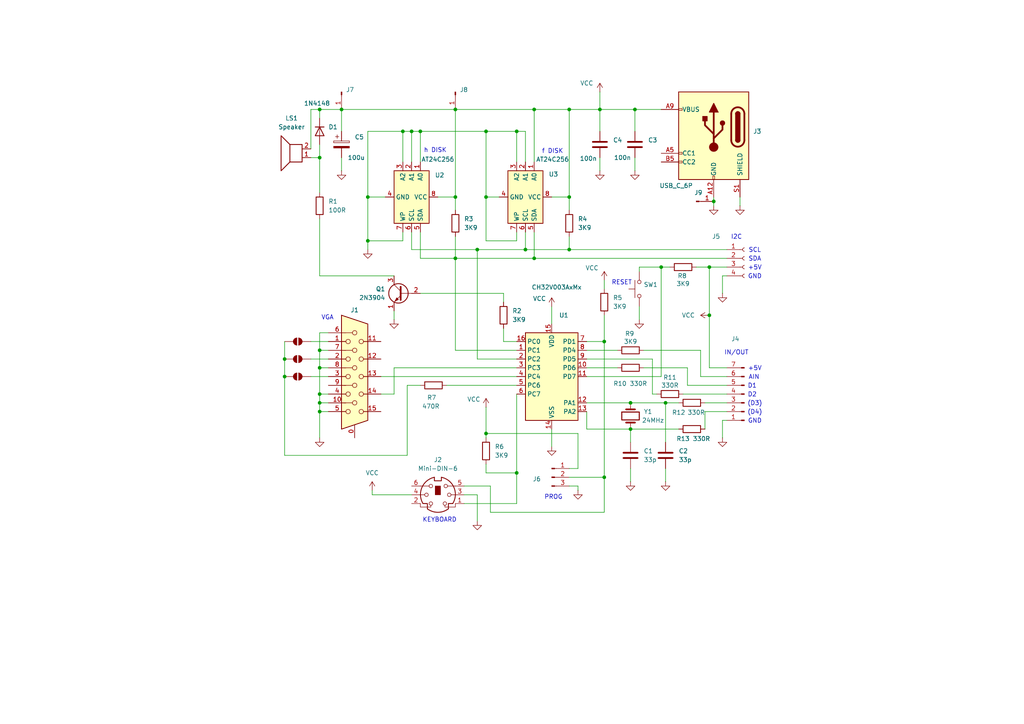
<source format=kicad_sch>
(kicad_sch (version 20250114) (generator "eeschema") (generator_version "9.0")
  (paper "A4")
  (lib_symbols
    (symbol "Connector:Conn_01x01_Pin" (pin_names (offset 1.016) (hide yes))
      (property "Reference" "J" (at 0 2.54 0))
      (property "Value" "Conn_01x01_Pin" (at 0 -2.54 0))
      (symbol "Conn_01x01_Pin_1_1"
        (rectangle (start 0.8636 0.127) (end 0 -0.127) (stroke (width 0.1524)) (fill (type outline)))
        (polyline (pts (xy 1.27 0) (xy 0.8636 0)) (stroke (width 0.1524)))
        (pin passive line (at 5.08 0 180) (length 3.81) (name "Pin_1") (number "1"))
      )
    )
    (symbol "Connector:Conn_01x03_Pin" (pin_names (offset 1.016) (hide yes))
      (property "Reference" "J" (at 0 5.08 0))
      (property "Value" "Conn_01x03_Pin" (at 0 -5.08 0))
      (symbol "Conn_01x03_Pin_1_1"
        (rectangle (start 0.8636 2.667) (end 0 2.413) (stroke (width 0.1524)) (fill (type outline)))
        (rectangle (start 0.8636 0.127) (end 0 -0.127) (stroke (width 0.1524)) (fill (type outline)))
        (rectangle (start 0.8636 -2.413) (end 0 -2.667) (stroke (width 0.1524)) (fill (type outline)))
        (polyline (pts (xy 1.27 2.54) (xy 0.8636 2.54)) (stroke (width 0.1524)))
        (polyline (pts (xy 1.27 0) (xy 0.8636 0)) (stroke (width 0.1524)))
        (polyline (pts (xy 1.27 -2.54) (xy 0.8636 -2.54)) (stroke (width 0.1524)))
        (pin passive line (at 5.08 2.54 180) (length 3.81) (name "Pin_1") (number "1"))
        (pin passive line (at 5.08 0 180) (length 3.81) (name "Pin_2") (number "2"))
        (pin passive line (at 5.08 -2.54 180) (length 3.81) (name "Pin_3") (number "3"))
      )
    )
    (symbol "Connector:Conn_01x04_Socket" (pin_names (offset 1.016) (hide yes))
      (property "Reference" "J" (at 0 5.08 0))
      (property "Value" "Conn_01x04_Socket" (at 0 -7.62 0))
      (symbol "Conn_01x04_Socket_1_1"
        (polyline (pts (xy -1.27 2.54) (xy -0.508 2.54)) (stroke (width 0.1524)))
        (polyline (pts (xy -1.27 0) (xy -0.508 0)) (stroke (width 0.1524)))
        (polyline (pts (xy -1.27 -2.54) (xy -0.508 -2.54)) (stroke (width 0.1524)))
        (polyline (pts (xy -1.27 -5.08) (xy -0.508 -5.08)) (stroke (width 0.1524)))
        (arc (start 0 2.032) (mid -0.5058 2.54) (end 0 3.048) (stroke (width 0.1524)))
        (arc (start 0 -0.508) (mid -0.5058 0) (end 0 0.508) (stroke (width 0.1524)))
        (arc (start 0 -3.048) (mid -0.5058 -2.54) (end 0 -2.032) (stroke (width 0.1524)))
        (arc (start 0 -5.588) (mid -0.5058 -5.08) (end 0 -4.572) (stroke (width 0.1524)))
        (pin passive line (at -5.08 2.54 0) (length 3.81) (name "Pin_1") (number "1"))
        (pin passive line (at -5.08 0 0) (length 3.81) (name "Pin_2") (number "2"))
        (pin passive line (at -5.08 -2.54 0) (length 3.81) (name "Pin_3") (number "3"))
        (pin passive line (at -5.08 -5.08 0) (length 3.81) (name "Pin_4") (number "4"))
      )
    )
    (symbol "Connector:Conn_01x07_Pin" (pin_names (offset 1.016) (hide yes))
      (property "Reference" "J" (at 0 10.16 0))
      (property "Value" "Conn_01x07_Pin" (at 0 -10.16 0))
      (symbol "Conn_01x07_Pin_1_1"
        (rectangle (start 0.8636 7.747) (end 0 7.493) (stroke (width 0.1524)) (fill (type outline)))
        (rectangle (start 0.8636 5.207) (end 0 4.953) (stroke (width 0.1524)) (fill (type outline)))
        (rectangle (start 0.8636 2.667) (end 0 2.413) (stroke (width 0.1524)) (fill (type outline)))
        (rectangle (start 0.8636 0.127) (end 0 -0.127) (stroke (width 0.1524)) (fill (type outline)))
        (rectangle (start 0.8636 -2.413) (end 0 -2.667) (stroke (width 0.1524)) (fill (type outline)))
        (rectangle (start 0.8636 -4.953) (end 0 -5.207) (stroke (width 0.1524)) (fill (type outline)))
        (rectangle (start 0.8636 -7.493) (end 0 -7.747) (stroke (width 0.1524)) (fill (type outline)))
        (polyline (pts (xy 1.27 7.62) (xy 0.8636 7.62)) (stroke (width 0.1524)))
        (polyline (pts (xy 1.27 5.08) (xy 0.8636 5.08)) (stroke (width 0.1524)))
        (polyline (pts (xy 1.27 2.54) (xy 0.8636 2.54)) (stroke (width 0.1524)))
        (polyline (pts (xy 1.27 0) (xy 0.8636 0)) (stroke (width 0.1524)))
        (polyline (pts (xy 1.27 -2.54) (xy 0.8636 -2.54)) (stroke (width 0.1524)))
        (polyline (pts (xy 1.27 -5.08) (xy 0.8636 -5.08)) (stroke (width 0.1524)))
        (polyline (pts (xy 1.27 -7.62) (xy 0.8636 -7.62)) (stroke (width 0.1524)))
        (pin passive line (at 5.08 7.62 180) (length 3.81) (name "Pin_1") (number "1"))
        (pin passive line (at 5.08 5.08 180) (length 3.81) (name "Pin_2") (number "2"))
        (pin passive line (at 5.08 2.54 180) (length 3.81) (name "Pin_3") (number "3"))
        (pin passive line (at 5.08 0 180) (length 3.81) (name "Pin_4") (number "4"))
        (pin passive line (at 5.08 -2.54 180) (length 3.81) (name "Pin_5") (number "5"))
        (pin passive line (at 5.08 -5.08 180) (length 3.81) (name "Pin_6") (number "6"))
        (pin passive line (at 5.08 -7.62 180) (length 3.81) (name "Pin_7") (number "7"))
      )
    )
    (symbol "Connector:DE15_Socket_HighDensity_MountingHoles" (pin_names (offset 1.016) (hide yes))
      (property "Reference" "J" (at 0 21.59 0))
      (property "Value" "DE15_Socket_HighDensity_MountingHoles" (at 0 19.05 0))
      (symbol "DE15_Socket_HighDensity_MountingHoles_0_1"
        (polyline (pts (xy -3.81 17.78) (xy -3.81 -15.24) (xy 3.81 -12.7) (xy 3.81 15.24) (xy -3.81 17.78)) (stroke (width 0.254)) (fill (type background)))
        (polyline (pts (xy -3.175 7.62) (xy -0.635 7.62)))
        (circle (center -1.905 10.16) (radius 0.635))
        (circle (center -1.905 5.08) (radius 0.635))
        (circle (center -1.905 0) (radius 0.635))
        (circle (center -1.905 -5.08) (radius 0.635))
        (circle (center -1.905 -10.16) (radius 0.635))
        (polyline (pts (xy -0.635 12.7) (xy -3.175 12.7)))
        (polyline (pts (xy -0.635 2.54) (xy -3.175 2.54)))
        (polyline (pts (xy -0.635 -2.54) (xy -3.175 -2.54)))
        (polyline (pts (xy -0.635 -7.62) (xy -3.175 -7.62)))
        (circle (center 0 12.7) (radius 0.635))
        (circle (center 0 7.62) (radius 0.635))
        (circle (center 0 2.54) (radius 0.635))
        (circle (center 0 -2.54) (radius 0.635))
        (circle (center 0 -7.62) (radius 0.635))
        (circle (center 1.905 10.16) (radius 0.635))
        (circle (center 1.905 5.08) (radius 0.635))
        (circle (center 1.905 0) (radius 0.635))
        (circle (center 1.905 -5.08) (radius 0.635))
        (circle (center 1.905 -10.16) (radius 0.635))
      )
      (symbol "DE15_Socket_HighDensity_MountingHoles_1_1"
        (pin passive line (at -7.62 12.7 0) (length 5.08) (name "~") (number "6"))
        (pin passive line (at -7.62 10.16 0) (length 5.08) (name "~") (number "1"))
        (pin passive line (at -7.62 7.62 0) (length 5.08) (name "~") (number "7"))
        (pin passive line (at -7.62 5.08 0) (length 5.08) (name "~") (number "2"))
        (pin passive line (at -7.62 2.54 0) (length 5.08) (name "~") (number "8"))
        (pin passive line (at -7.62 0 0) (length 5.08) (name "~") (number "3"))
        (pin passive line (at -7.62 -2.54 0) (length 5.08) (name "~") (number "9"))
        (pin passive line (at -7.62 -5.08 0) (length 5.08) (name "~") (number "4"))
        (pin passive line (at -7.62 -7.62 0) (length 5.08) (name "~") (number "10"))
        (pin passive line (at -7.62 -10.16 0) (length 5.08) (name "~") (number "5"))
        (pin passive line (at 0 -17.78 90) (length 3.81) (name "~") (number "0"))
        (pin passive line (at 7.62 10.16 180) (length 5.08) (name "~") (number "11"))
        (pin passive line (at 7.62 5.08 180) (length 5.08) (name "~") (number "12"))
        (pin passive line (at 7.62 0 180) (length 5.08) (name "~") (number "13"))
        (pin passive line (at 7.62 -5.08 180) (length 5.08) (name "~") (number "14"))
        (pin passive line (at 7.62 -10.16 180) (length 5.08) (name "~") (number "15"))
      )
    )
    (symbol "Connector:Mini-DIN-6" (pin_names (offset 1.016))
      (property "Reference" "J" (at 0 6.35 0))
      (property "Value" "Mini-DIN-6" (at 0 -6.35 0))
      (symbol "Mini-DIN-6_0_1"
        (polyline (pts (xy -4.318 -2.54) (xy -3.048 -2.54) (xy -3.048 -4.064)) (stroke (width 0.254)))
        (polyline (pts (xy -3.81 0) (xy -5.08 0)))
        (circle (center -3.302 0) (radius 0.508))
        (polyline (pts (xy -2.54 2.54) (xy -5.08 2.54)))
        (circle (center -2.032 2.54) (radius 0.508))
        (circle (center -2.032 -2.54) (radius 0.508))
        (polyline (pts (xy -2.032 -3.048) (xy -2.032 -3.556) (xy -5.08 -3.556) (xy -5.08 -2.54)))
        (polyline (pts (xy -1.016 5.08) (xy -1.016 4.064) (xy 1.016 4.064) (xy 1.016 5.08)) (stroke (width 0.254)))
        (rectangle (start -0.762 2.54) (end 0.762 0) (fill (type outline)))
        (arc (start 3.048 -4.064) (mid 0 -5.08) (end -3.048 -4.064) (stroke (width 0.254)))
        (arc (start 1.016 5.08) (mid 4.6646 2.1356) (end 4.318 -2.54) (stroke (width 0.254)))
        (arc (start -4.318 -2.54) (mid -4.6241 2.1181) (end -1.016 5.08) (stroke (width 0.254)))
        (circle (center 2.032 -2.54) (radius 0.508))
        (polyline (pts (xy 2.032 -3.048) (xy 2.032 -3.556) (xy 5.08 -3.556) (xy 5.08 -2.54)))
        (circle (center 2.286 2.54) (radius 0.508))
        (polyline (pts (xy 2.794 2.54) (xy 5.08 2.54)))
        (circle (center 3.302 0) (radius 0.508))
        (polyline (pts (xy 4.318 -2.54) (xy 3.048 -2.54) (xy 3.048 -4.064)) (stroke (width 0.254)))
        (polyline (pts (xy 5.08 0) (xy 3.81 0)))
      )
      (symbol "Mini-DIN-6_1_1"
        (pin passive line (at -7.62 2.54 0) (length 2.54) (name "~") (number "6"))
        (pin passive line (at -7.62 0 0) (length 2.54) (name "~") (number "4"))
        (pin passive line (at -7.62 -2.54 0) (length 2.54) (name "~") (number "2"))
        (pin passive line (at 7.62 2.54 180) (length 2.54) (name "~") (number "5"))
        (pin passive line (at 7.62 0 180) (length 2.54) (name "~") (number "3"))
        (pin passive line (at 7.62 -2.54 180) (length 2.54) (name "~") (number "1"))
      )
    )
    (symbol "Connector:USB_C_Receptacle_PowerOnly_6P" (pin_names (offset 1.016))
      (property "Reference" "J" (at 0 16.51 0))
      (property "Value" "USB_C_Receptacle_PowerOnly_6P" (at 0 13.97 0))
      (symbol "USB_C_Receptacle_PowerOnly_6P_0_0"
        (rectangle (start -0.254 -12.7) (end 0.254 -11.684))
        (rectangle (start 10.16 7.874) (end 9.144 7.366))
        (rectangle (start 10.16 -4.826) (end 9.144 -5.334))
        (rectangle (start 10.16 -7.366) (end 9.144 -7.874))
      )
      (symbol "USB_C_Receptacle_PowerOnly_6P_0_1"
        (rectangle (start -10.16 12.7) (end 10.16 -12.7) (stroke (width 0.254)) (fill (type background)))
        (polyline (pts (xy -8.89 -1.27) (xy -8.89 6.35)) (stroke (width 0.508)))
        (rectangle (start -7.62 -1.27) (end -6.35 6.35) (stroke (width 0.254)) (fill (type outline)))
        (arc (start -7.62 6.35) (mid -6.985 6.9823) (end -6.35 6.35) (stroke (width 0.254)))
        (arc (start -7.62 6.35) (mid -6.985 6.9823) (end -6.35 6.35) (stroke (width 0.254)) (fill (type outline)))
        (arc (start -8.89 6.35) (mid -6.985 8.2467) (end -5.08 6.35) (stroke (width 0.508)))
        (arc (start -5.08 -1.27) (mid -6.985 -3.1667) (end -8.89 -1.27) (stroke (width 0.508)))
        (arc (start -6.35 -1.27) (mid -6.985 -1.9023) (end -7.62 -1.27) (stroke (width 0.254)))
        (arc (start -6.35 -1.27) (mid -6.985 -1.9023) (end -7.62 -1.27) (stroke (width 0.254)) (fill (type outline)))
        (polyline (pts (xy -5.08 6.35) (xy -5.08 -1.27)) (stroke (width 0.508)))
        (circle (center -2.54 3.683) (radius 0.635) (stroke (width 0.254)) (fill (type outline)))
        (polyline (pts (xy -1.27 6.858) (xy 0 9.398) (xy 1.27 6.858) (xy -1.27 6.858)) (stroke (width 0.254)) (fill (type outline)))
        (polyline (pts (xy 0 0.508) (xy 2.54 3.048) (xy 2.54 4.318)) (stroke (width 0.508)))
        (polyline (pts (xy 0 -0.762) (xy -2.54 1.778) (xy -2.54 3.048)) (stroke (width 0.508)))
        (polyline (pts (xy 0 -3.302) (xy 0 6.858)) (stroke (width 0.508)))
        (circle (center 0 -3.302) (radius 1.27) (fill (type outline)))
        (rectangle (start 1.905 4.318) (end 3.175 5.588) (stroke (width 0.254)) (fill (type outline)))
      )
      (symbol "USB_C_Receptacle_PowerOnly_6P_1_1"
        (pin passive line (at -7.62 -17.78 90) (length 5.08) (name "SHIELD") (number "S1"))
        (pin passive line (at 0 -17.78 90) (length 5.08) (name "GND") (number "A12"))
        (pin passive line (at 0 -17.78 90) (length 5.08) (hide yes) (name "GND") (number "B12"))
        (pin passive line (at 15.24 7.62 180) (length 5.08) (name "VBUS") (number "A9"))
        (pin passive line (at 15.24 7.62 180) (length 5.08) (hide yes) (name "VBUS") (number "B9"))
        (pin bidirectional line (at 15.24 -5.08 180) (length 5.08) (name "CC1") (number "A5"))
        (pin bidirectional line (at 15.24 -7.62 180) (length 5.08) (name "CC2") (number "B5"))
      )
    )
    (symbol "Device:C" (pin_numbers (hide yes)) (pin_names (offset 0.254))
      (property "Reference" "C" (at 0.635 2.54 0))
      (property "Value" "C" (at 0.635 -2.54 0))
      (symbol "C_0_1"
        (polyline (pts (xy -2.032 0.762) (xy 2.032 0.762)) (stroke (width 0.508)))
        (polyline (pts (xy -2.032 -0.762) (xy 2.032 -0.762)) (stroke (width 0.508)))
      )
      (symbol "C_1_1"
        (pin passive line (at 0 3.81 270) (length 2.794) (name "~") (number "1"))
        (pin passive line (at 0 -3.81 90) (length 2.794) (name "~") (number "2"))
      )
    )
    (symbol "Device:C_Polarized" (pin_numbers (hide yes)) (pin_names (offset 0.254))
      (property "Reference" "C" (at 0.635 2.54 0))
      (property "Value" "C_Polarized" (at 0.635 -2.54 0))
      (symbol "C_Polarized_0_1"
        (rectangle (start -2.286 0.508) (end 2.286 1.016))
        (polyline (pts (xy -1.778 2.286) (xy -0.762 2.286)))
        (polyline (pts (xy -1.27 2.794) (xy -1.27 1.778)))
        (rectangle (start 2.286 -0.508) (end -2.286 -1.016) (fill (type outline)))
      )
      (symbol "C_Polarized_1_1"
        (pin passive line (at 0 3.81 270) (length 2.794) (name "~") (number "1"))
        (pin passive line (at 0 -3.81 90) (length 2.794) (name "~") (number "2"))
      )
    )
    (symbol "Device:Crystal" (pin_numbers (hide yes)) (pin_names (offset 1.016) (hide yes))
      (property "Reference" "Y" (at 0 3.81 0))
      (property "Value" "Crystal" (at 0 -3.81 0))
      (symbol "Crystal_0_1"
        (polyline (pts (xy -2.54 0) (xy -1.905 0)))
        (polyline (pts (xy -1.905 -1.27) (xy -1.905 1.27)) (stroke (width 0.508)))
        (rectangle (start -1.143 2.54) (end 1.143 -2.54) (stroke (width 0.3048)))
        (polyline (pts (xy 1.905 -1.27) (xy 1.905 1.27)) (stroke (width 0.508)))
        (polyline (pts (xy 2.54 0) (xy 1.905 0)))
      )
      (symbol "Crystal_1_1"
        (pin passive line (at -3.81 0 0) (length 1.27) (name "1") (number "1"))
        (pin passive line (at 3.81 0 180) (length 1.27) (name "2") (number "2"))
      )
    )
    (symbol "Device:R" (pin_numbers (hide yes)) (pin_names (offset 0))
      (property "Reference" "R" (at 2.032 0 90))
      (property "Value" "R" (at 0 0 90))
      (symbol "R_0_1"
        (rectangle (start -1.016 -2.54) (end 1.016 2.54) (stroke (width 0.254)))
      )
      (symbol "R_1_1"
        (pin passive line (at 0 3.81 270) (length 1.27) (name "~") (number "1"))
        (pin passive line (at 0 -3.81 90) (length 1.27) (name "~") (number "2"))
      )
    )
    (symbol "Device:Speaker" (pin_names (offset 0) (hide yes))
      (property "Reference" "LS" (at 1.27 5.715 0))
      (property "Value" "Speaker" (at 1.27 3.81 0))
      (symbol "Speaker_0_0"
        (rectangle (start -2.54 1.27) (end 1.016 -3.81) (stroke (width 0.254)))
        (polyline (pts (xy 1.016 1.27) (xy 3.556 3.81) (xy 3.556 -6.35) (xy 1.016 -3.81)) (stroke (width 0.254)))
      )
      (symbol "Speaker_1_1"
        (pin input line (at -5.08 0 0) (length 2.54) (name "1") (number "1"))
        (pin input line (at -5.08 -2.54 0) (length 2.54) (name "2") (number "2"))
      )
    )
    (symbol "Diode:1N4148" (pin_numbers (hide yes)) (pin_names (hide yes))
      (property "Reference" "D" (at 0 2.54 0))
      (property "Value" "1N4148" (at 0 -2.54 0))
      (symbol "1N4148_0_1"
        (polyline (pts (xy -1.27 1.27) (xy -1.27 -1.27)) (stroke (width 0.254)))
        (polyline (pts (xy 1.27 1.27) (xy 1.27 -1.27) (xy -1.27 0) (xy 1.27 1.27)) (stroke (width 0.254)))
        (polyline (pts (xy 1.27 0) (xy -1.27 0)))
      )
      (symbol "1N4148_1_1"
        (pin passive line (at -3.81 0 0) (length 2.54) (name "K") (number "1"))
        (pin passive line (at 3.81 0 180) (length 2.54) (name "A") (number "2"))
      )
    )
    (symbol "Jumper:SolderJumper_2_Open" (pin_numbers (hide yes)) (pin_names (offset 0) (hide yes)) (exclude_from_sim yes) (in_bom no)
      (property "Reference" "JP" (at 0 2.032 0))
      (property "Value" "SolderJumper_2_Open" (at 0 -2.54 0))
      (symbol "SolderJumper_2_Open_0_1"
        (polyline (pts (xy -0.254 1.016) (xy -0.254 -1.016)))
        (arc (start -0.254 -1.016) (mid -1.2656 0) (end -0.254 1.016))
        (arc (start -0.254 -1.016) (mid -1.2656 0) (end -0.254 1.016) (fill (type outline)))
        (arc (start 0.254 1.016) (mid 1.2656 0) (end 0.254 -1.016))
        (arc (start 0.254 1.016) (mid 1.2656 0) (end 0.254 -1.016) (fill (type outline)))
        (polyline (pts (xy 0.254 1.016) (xy 0.254 -1.016)))
      )
      (symbol "SolderJumper_2_Open_1_1"
        (pin passive line (at -3.81 0 0) (length 2.54) (name "A") (number "1"))
        (pin passive line (at 3.81 0 180) (length 2.54) (name "B") (number "2"))
      )
    )
    (symbol "MCU_WCH_CH32V0:CH32V003AxMx"
      (property "Reference" "U" (at -7.62 15.24 0))
      (property "Value" "CH32V003AxMx" (at 7.62 15.24 0))
      (symbol "CH32V003AxMx_1_1"
        (rectangle (start -7.62 12.7) (end 7.62 -12.7) (stroke (width 0.254)) (fill (type background)))
        (pin bidirectional line (at -10.16 10.16 0) (length 2.54) (name "PC0") (number "16"))
        (pin bidirectional line (at -10.16 7.62 0) (length 2.54) (name "PC1") (number "1"))
        (pin bidirectional line (at -10.16 5.08 0) (length 2.54) (name "PC2") (number "2"))
        (pin bidirectional line (at -10.16 2.54 0) (length 2.54) (name "PC3") (number "3"))
        (pin bidirectional line (at -10.16 0 0) (length 2.54) (name "PC4") (number "4"))
        (pin bidirectional line (at -10.16 -2.54 0) (length 2.54) (name "PC6") (number "5"))
        (pin bidirectional line (at -10.16 -5.08 0) (length 2.54) (name "PC7") (number "6"))
        (pin power_in line (at 0 15.24 270) (length 2.54) (name "VDD") (number "15"))
        (pin power_in line (at 0 -15.24 90) (length 2.54) (name "VSS") (number "14"))
        (pin bidirectional line (at 10.16 10.16 180) (length 2.54) (name "PD1") (number "7"))
        (pin bidirectional line (at 10.16 7.62 180) (length 2.54) (name "PD4") (number "8"))
        (pin bidirectional line (at 10.16 5.08 180) (length 2.54) (name "PD5") (number "9"))
        (pin bidirectional line (at 10.16 2.54 180) (length 2.54) (name "PD6") (number "10"))
        (pin bidirectional line (at 10.16 0 180) (length 2.54) (name "PD7") (number "11"))
        (pin bidirectional line (at 10.16 -7.62 180) (length 2.54) (name "PA1") (number "12"))
        (pin bidirectional line (at 10.16 -10.16 180) (length 2.54) (name "PA2") (number "13"))
      )
    )
    (symbol "Memory_EEPROM:CAT24C256"
      (property "Reference" "U" (at -6.35 6.35 0))
      (property "Value" "CAT24C256" (at 1.27 6.35 0))
      (symbol "CAT24C256_1_1"
        (rectangle (start -7.62 5.08) (end 7.62 -5.08) (stroke (width 0.254)) (fill (type background)))
        (pin input line (at -10.16 2.54 0) (length 2.54) (name "A0") (number "1"))
        (pin input line (at -10.16 0 0) (length 2.54) (name "A1") (number "2"))
        (pin input line (at -10.16 -2.54 0) (length 2.54) (name "A2") (number "3"))
        (pin power_in line (at 0 7.62 270) (length 2.54) (name "VCC") (number "8"))
        (pin power_in line (at 0 -7.62 90) (length 2.54) (name "GND") (number "4"))
        (pin bidirectional line (at 10.16 2.54 180) (length 2.54) (name "SDA") (number "5"))
        (pin input line (at 10.16 0 180) (length 2.54) (name "SCL") (number "6"))
        (pin input line (at 10.16 -2.54 180) (length 2.54) (name "WP") (number "7"))
      )
    )
    (symbol "Switch:SW_Push" (pin_numbers (hide yes)) (pin_names (offset 1.016) (hide yes))
      (property "Reference" "SW" (at 1.27 2.54 0))
      (property "Value" "SW_Push" (at 0 -1.524 0))
      (symbol "SW_Push_0_1"
        (circle (center -2.032 0) (radius 0.508))
        (polyline (pts (xy 0 1.27) (xy 0 3.048)))
        (circle (center 2.032 0) (radius 0.508))
        (polyline (pts (xy 2.54 1.27) (xy -2.54 1.27)))
        (pin passive line (at -5.08 0 0) (length 2.54) (name "1") (number "1"))
        (pin passive line (at 5.08 0 180) (length 2.54) (name "2") (number "2"))
      )
    )
    (symbol "Transistor_BJT:2N3904" (pin_names (offset 0) (hide yes))
      (property "Reference" "Q" (at 5.08 1.905 0))
      (property "Value" "2N3904" (at 5.08 0 0))
      (symbol "2N3904_0_1"
        (polyline (pts (xy -2.54 0) (xy 0.635 0)))
        (polyline (pts (xy 0.635 1.905) (xy 0.635 -1.905)) (stroke (width 0.508)))
        (circle (center 1.27 0) (radius 2.8194) (stroke (width 0.254)))
      )
      (symbol "2N3904_1_1"
        (polyline (pts (xy 0.635 0.635) (xy 2.54 2.54)))
        (polyline (pts (xy 0.635 -0.635) (xy 2.54 -2.54)))
        (polyline (pts (xy 1.27 -1.778) (xy 1.778 -1.27) (xy 2.286 -2.286) (xy 1.27 -1.778)) (fill (type outline)))
        (pin input line (at -5.08 0 0) (length 2.54) (name "B") (number "2"))
        (pin passive line (at 2.54 5.08 270) (length 2.54) (name "C") (number "3"))
        (pin passive line (at 2.54 -5.08 90) (length 2.54) (name "E") (number "1"))
      )
    )
    (symbol "power:GND" (power) (pin_numbers (hide yes)) (pin_names (offset 0) (hide yes))
      (property "Value" "GND" (at 0 -3.81 0))
      (symbol "GND_0_1"
        (polyline (pts (xy 0 0) (xy 0 -1.27) (xy 1.27 -1.27) (xy 0 -2.54) (xy -1.27 -1.27) (xy 0 -1.27)))
      )
      (symbol "GND_1_1"
        (pin power_in line (at 0 0 270) (length 0) (name "~") (number "1"))
      )
    )
    (symbol "power:VCC" (power) (pin_numbers (hide yes)) (pin_names (offset 0) (hide yes))
      (property "Value" "VCC" (at 0 3.556 0))
      (symbol "VCC_0_1"
        (polyline (pts (xy -0.762 1.27) (xy 0 2.54)))
        (polyline (pts (xy 0 2.54) (xy 0.762 1.27)))
        (polyline (pts (xy 0 0) (xy 0 2.54)))
      )
      (symbol "VCC_1_1"
        (pin power_in line (at 0 0 90) (length 0) (name "~") (number "1"))
      )
    )
  )
  (text "f DISK" (at 160.274 43.942 0) (effects (font (size 1.27 1.27))))
  (text "KEYBOARD" (at 127.508 150.876 0) (effects (font (size 1.27 1.27))))
  (text "h DISK" (at 126.238 43.688 0) (effects (font (size 1.27 1.27))))
  (text "PROG" (at 160.528 144.272 0) (effects (font (size 1.27 1.27))))
  (text "RESET" (at 180.34 82.042 0) (effects (font (size 1.27 1.27))))
  (text "SCL" (at 218.948 72.644 0) (effects (font (size 1.27 1.27))))
  (text "+5V" (at 218.948 106.934 0) (effects (font (size 1.27 1.27))))
  (text "(D4)" (at 218.948 119.634 0) (effects (font (size 1.27 1.27))))
  (text "GND" (at 218.948 122.174 0) (effects (font (size 1.27 1.27))))
  (text "GND" (at 218.948 80.264 0) (effects (font (size 1.27 1.27))))
  (text "(D3)" (at 218.948 117.094 0) (effects (font (size 1.27 1.27))))
  (text "D1" (at 218.186 112.014 0) (effects (font (size 1.27 1.27))))
  (text "AIN" (at 218.694 109.474 0) (effects (font (size 1.27 1.27))))
  (text "VGA" (at 94.996 92.202 0) (effects (font (size 1.27 1.27))))
  (text "IN/OUT" (at 213.614 102.362 0) (effects (font (size 1.27 1.27))))
  (text "SDA" (at 218.948 75.184 0) (effects (font (size 1.27 1.27))))
  (text "D2" (at 218.186 114.554 0) (effects (font (size 1.27 1.27))))
  (text "+5V" (at 218.948 77.724 0) (effects (font (size 1.27 1.27))))
  (text "I2C" (at 213.614 68.834 0) (effects (font (size 1.27 1.27))))
  (junction (at 106.68 57.15))
  (junction (at 175.26 99.06))
  (junction (at 173.99 31.75))
  (junction (at 132.08 31.75))
  (junction (at 106.68 69.85))
  (junction (at 152.4 72.39))
  (junction (at 92.71 116.84))
  (junction (at 92.71 45.72))
  (junction (at 154.94 74.93))
  (junction (at 191.77 77.47))
  (junction (at 92.71 114.3))
  (junction (at 140.97 38.1))
  (junction (at 149.86 38.1))
  (junction (at 165.1 31.75))
  (junction (at 140.97 57.15))
  (junction (at 205.74 91.44))
  (junction (at 92.71 106.68))
  (junction (at 121.92 38.1))
  (junction (at 165.1 72.39))
  (junction (at 182.88 116.84))
  (junction (at 140.97 125.73))
  (junction (at 182.88 124.46))
  (junction (at 149.86 137.16))
  (junction (at 92.71 101.6))
  (junction (at 193.04 116.84))
  (junction (at 184.15 31.75))
  (junction (at 207.01 58.42))
  (junction (at 138.43 72.39))
  (junction (at 132.08 57.15))
  (junction (at 205.74 77.47))
  (junction (at 92.71 119.38))
  (junction (at 165.1 57.15))
  (junction (at 99.06 31.75))
  (junction (at 92.71 31.75))
  (junction (at 82.55 104.14))
  (junction (at 132.08 74.93))
  (junction (at 82.55 109.22))
  (junction (at 116.84 38.1))
  (junction (at 175.26 138.43))
  (junction (at 119.38 38.1))
  (junction (at 154.94 31.75))
  (wire (pts (xy 207.01 58.42) (xy 207.01 59.69)))
  (wire (pts (xy 92.71 106.68) (xy 95.25 106.68)))
  (wire (pts (xy 140.97 134.62) (xy 140.97 137.16)))
  (wire (pts (xy 170.18 109.22) (xy 191.77 109.22)))
  (wire (pts (xy 140.97 137.16) (xy 149.86 137.16)))
  (wire (pts (xy 184.15 31.75) (xy 191.77 31.75)))
  (wire (pts (xy 90.17 104.14) (xy 95.25 104.14)))
  (wire (pts (xy 160.02 88.9) (xy 160.02 93.98)))
  (wire (pts (xy 121.92 38.1) (xy 119.38 38.1)))
  (wire (pts (xy 209.55 80.01) (xy 209.55 85.09)))
  (wire (pts (xy 110.49 114.3) (xy 114.3 114.3)))
  (wire (pts (xy 152.4 46.99) (xy 152.4 38.1)))
  (wire (pts (xy 214.63 57.15) (xy 214.63 59.69)))
  (wire (pts (xy 198.12 114.3) (xy 210.82 114.3)))
  (wire (pts (xy 142.24 140.97) (xy 142.24 148.59)))
  (wire (pts (xy 160.02 124.46) (xy 160.02 129.54)))
  (wire (pts (xy 92.71 119.38) (xy 95.25 119.38)))
  (wire (pts (xy 167.64 140.97) (xy 167.64 142.24)))
  (wire (pts (xy 92.71 101.6) (xy 95.25 101.6)))
  (wire (pts (xy 204.47 124.46) (xy 204.47 119.38)))
  (wire (pts (xy 170.18 99.06) (xy 175.26 99.06)))
  (wire (pts (xy 140.97 38.1) (xy 121.92 38.1)))
  (wire (pts (xy 132.08 31.75) (xy 154.94 31.75)))
  (wire (pts (xy 146.05 85.09) (xy 146.05 87.63)))
  (wire (pts (xy 154.94 74.93) (xy 210.82 74.93)))
  (wire (pts (xy 205.74 77.47) (xy 210.82 77.47)))
  (wire (pts (xy 106.68 69.85) (xy 106.68 72.39)))
  (wire (pts (xy 149.86 114.3) (xy 149.86 137.16)))
  (wire (pts (xy 92.71 31.75) (xy 92.71 34.29)))
  (wire (pts (xy 140.97 57.15) (xy 140.97 69.85)))
  (wire (pts (xy 121.92 38.1) (xy 121.92 46.99)))
  (wire (pts (xy 92.71 45.72) (xy 92.71 55.88)))
  (wire (pts (xy 114.3 106.68) (xy 149.86 106.68)))
  (wire (pts (xy 209.55 121.92) (xy 210.82 121.92)))
  (wire (pts (xy 193.04 116.84) (xy 196.85 116.84)))
  (wire (pts (xy 185.42 77.47) (xy 191.77 77.47)))
  (wire (pts (xy 138.43 72.39) (xy 152.4 72.39)))
  (wire (pts (xy 106.68 38.1) (xy 106.68 57.15)))
  (wire (pts (xy 199.39 106.68) (xy 199.39 111.76)))
  (wire (pts (xy 203.2 109.22) (xy 210.82 109.22)))
  (wire (pts (xy 175.26 138.43) (xy 175.26 99.06)))
  (wire (pts (xy 138.43 143.51) (xy 138.43 151.13)))
  (wire (pts (xy 134.62 140.97) (xy 142.24 140.97)))
  (wire (pts (xy 154.94 31.75) (xy 154.94 46.99)))
  (wire (pts (xy 138.43 104.14) (xy 138.43 72.39)))
  (wire (pts (xy 182.88 116.84) (xy 193.04 116.84)))
  (wire (pts (xy 165.1 57.15) (xy 165.1 31.75)))
  (wire (pts (xy 90.17 99.06) (xy 95.25 99.06)))
  (wire (pts (xy 165.1 135.89) (xy 167.64 135.89)))
  (wire (pts (xy 92.71 96.52) (xy 92.71 101.6)))
  (wire (pts (xy 154.94 31.75) (xy 165.1 31.75)))
  (wire (pts (xy 209.55 127) (xy 209.55 121.92)))
  (wire (pts (xy 110.49 109.22) (xy 149.86 109.22)))
  (wire (pts (xy 140.97 57.15) (xy 140.97 38.1)))
  (wire (pts (xy 149.86 38.1) (xy 140.97 38.1)))
  (wire (pts (xy 121.92 67.31) (xy 121.92 74.93)))
  (wire (pts (xy 170.18 119.38) (xy 170.18 124.46)))
  (wire (pts (xy 119.38 38.1) (xy 119.38 46.99)))
  (wire (pts (xy 182.88 124.46) (xy 196.85 124.46)))
  (wire (pts (xy 82.55 104.14) (xy 82.55 109.22)))
  (wire (pts (xy 92.71 116.84) (xy 92.71 119.38)))
  (wire (pts (xy 118.11 132.08) (xy 118.11 111.76)))
  (wire (pts (xy 92.71 31.75) (xy 99.06 31.75)))
  (wire (pts (xy 92.71 114.3) (xy 95.25 114.3)))
  (wire (pts (xy 185.42 88.9) (xy 185.42 92.71)))
  (wire (pts (xy 134.62 146.05) (xy 149.86 146.05)))
  (wire (pts (xy 167.64 125.73) (xy 140.97 125.73)))
  (wire (pts (xy 165.1 138.43) (xy 175.26 138.43)))
  (wire (pts (xy 144.78 57.15) (xy 140.97 57.15)))
  (wire (pts (xy 116.84 69.85) (xy 106.68 69.85)))
  (wire (pts (xy 170.18 104.14) (xy 189.23 104.14)))
  (wire (pts (xy 207.01 57.15) (xy 207.01 58.42)))
  (wire (pts (xy 191.77 77.47) (xy 191.77 109.22)))
  (wire (pts (xy 191.77 77.47) (xy 194.31 77.47)))
  (wire (pts (xy 186.69 101.6) (xy 203.2 101.6)))
  (wire (pts (xy 142.24 148.59) (xy 175.26 148.59)))
  (wire (pts (xy 210.82 106.68) (xy 205.74 106.68)))
  (wire (pts (xy 173.99 31.75) (xy 173.99 38.1)))
  (wire (pts (xy 99.06 31.75) (xy 132.08 31.75)))
  (wire (pts (xy 170.18 116.84) (xy 182.88 116.84)))
  (wire (pts (xy 210.82 80.01) (xy 209.55 80.01)))
  (wire (pts (xy 167.64 135.89) (xy 167.64 125.73)))
  (wire (pts (xy 95.25 96.52) (xy 92.71 96.52)))
  (wire (pts (xy 149.86 101.6) (xy 132.08 101.6)))
  (wire (pts (xy 107.95 143.51) (xy 119.38 143.51)))
  (wire (pts (xy 92.71 106.68) (xy 92.71 114.3)))
  (wire (pts (xy 184.15 45.72) (xy 184.15 49.53)))
  (wire (pts (xy 99.06 45.72) (xy 99.06 49.53)))
  (wire (pts (xy 146.05 99.06) (xy 149.86 99.06)))
  (wire (pts (xy 201.93 77.47) (xy 205.74 77.47)))
  (wire (pts (xy 132.08 57.15) (xy 132.08 31.75)))
  (wire (pts (xy 152.4 38.1) (xy 149.86 38.1)))
  (wire (pts (xy 127 57.15) (xy 132.08 57.15)))
  (wire (pts (xy 165.1 140.97) (xy 167.64 140.97)))
  (wire (pts (xy 204.47 119.38) (xy 210.82 119.38)))
  (wire (pts (xy 82.55 109.22) (xy 82.55 132.08)))
  (wire (pts (xy 119.38 72.39) (xy 138.43 72.39)))
  (wire (pts (xy 199.39 111.76) (xy 210.82 111.76)))
  (wire (pts (xy 132.08 57.15) (xy 132.08 60.96)))
  (wire (pts (xy 132.08 68.58) (xy 132.08 74.93)))
  (wire (pts (xy 160.02 57.15) (xy 165.1 57.15)))
  (wire (pts (xy 118.11 111.76) (xy 121.92 111.76)))
  (wire (pts (xy 92.71 116.84) (xy 95.25 116.84)))
  (wire (pts (xy 132.08 74.93) (xy 154.94 74.93)))
  (wire (pts (xy 154.94 67.31) (xy 154.94 74.93)))
  (wire (pts (xy 184.15 31.75) (xy 184.15 38.1)))
  (wire (pts (xy 165.1 31.75) (xy 173.99 31.75)))
  (wire (pts (xy 114.3 90.17) (xy 114.3 92.71)))
  (wire (pts (xy 193.04 135.89) (xy 193.04 139.7)))
  (wire (pts (xy 92.71 63.5) (xy 92.71 80.01)))
  (wire (pts (xy 121.92 74.93) (xy 132.08 74.93)))
  (wire (pts (xy 170.18 101.6) (xy 179.07 101.6)))
  (wire (pts (xy 205.74 77.47) (xy 205.74 91.44)))
  (wire (pts (xy 140.97 118.11) (xy 140.97 125.73)))
  (wire (pts (xy 165.1 72.39) (xy 165.1 68.58)))
  (wire (pts (xy 186.69 106.68) (xy 199.39 106.68)))
  (wire (pts (xy 146.05 95.25) (xy 146.05 99.06)))
  (wire (pts (xy 90.17 109.22) (xy 95.25 109.22)))
  (wire (pts (xy 149.86 69.85) (xy 140.97 69.85)))
  (wire (pts (xy 149.86 38.1) (xy 149.86 46.99)))
  (wire (pts (xy 173.99 45.72) (xy 173.99 49.53)))
  (wire (pts (xy 204.47 116.84) (xy 210.82 116.84)))
  (wire (pts (xy 170.18 106.68) (xy 179.07 106.68)))
  (wire (pts (xy 175.26 99.06) (xy 175.26 91.44)))
  (wire (pts (xy 165.1 72.39) (xy 210.82 72.39)))
  (wire (pts (xy 92.71 114.3) (xy 92.71 116.84)))
  (wire (pts (xy 114.3 114.3) (xy 114.3 106.68)))
  (wire (pts (xy 92.71 41.91) (xy 92.71 45.72)))
  (wire (pts (xy 149.86 137.16) (xy 149.86 146.05)))
  (wire (pts (xy 173.99 26.67) (xy 173.99 31.75)))
  (wire (pts (xy 90.17 45.72) (xy 92.71 45.72)))
  (wire (pts (xy 82.55 132.08) (xy 118.11 132.08)))
  (wire (pts (xy 92.71 119.38) (xy 92.71 127)))
  (wire (pts (xy 90.17 43.18) (xy 90.17 31.75)))
  (wire (pts (xy 173.99 31.75) (xy 184.15 31.75)))
  (wire (pts (xy 175.26 81.28) (xy 175.26 83.82)))
  (wire (pts (xy 203.2 101.6) (xy 203.2 109.22)))
  (wire (pts (xy 149.86 67.31) (xy 149.86 69.85)))
  (wire (pts (xy 106.68 57.15) (xy 111.76 57.15)))
  (wire (pts (xy 189.23 114.3) (xy 190.5 114.3)))
  (wire (pts (xy 107.95 142.24) (xy 107.95 143.51)))
  (wire (pts (xy 134.62 143.51) (xy 138.43 143.51)))
  (wire (pts (xy 116.84 38.1) (xy 106.68 38.1)))
  (wire (pts (xy 116.84 67.31) (xy 116.84 69.85)))
  (wire (pts (xy 92.71 80.01) (xy 114.3 80.01)))
  (wire (pts (xy 99.06 31.75) (xy 99.06 38.1)))
  (wire (pts (xy 182.88 124.46) (xy 182.88 128.27)))
  (wire (pts (xy 175.26 138.43) (xy 175.26 148.59)))
  (wire (pts (xy 170.18 124.46) (xy 182.88 124.46)))
  (wire (pts (xy 193.04 116.84) (xy 193.04 128.27)))
  (wire (pts (xy 106.68 69.85) (xy 106.68 57.15)))
  (wire (pts (xy 129.54 111.76) (xy 149.86 111.76)))
  (wire (pts (xy 152.4 67.31) (xy 152.4 72.39)))
  (wire (pts (xy 116.84 38.1) (xy 116.84 46.99)))
  (wire (pts (xy 119.38 38.1) (xy 116.84 38.1)))
  (wire (pts (xy 149.86 104.14) (xy 138.43 104.14)))
  (wire (pts (xy 140.97 125.73) (xy 140.97 127)))
  (wire (pts (xy 182.88 135.89) (xy 182.88 139.7)))
  (wire (pts (xy 152.4 72.39) (xy 165.1 72.39)))
  (wire (pts (xy 90.17 31.75) (xy 92.71 31.75)))
  (wire (pts (xy 189.23 104.14) (xy 189.23 114.3)))
  (wire (pts (xy 165.1 57.15) (xy 165.1 60.96)))
  (wire (pts (xy 121.92 85.09) (xy 146.05 85.09)))
  (wire (pts (xy 92.71 101.6) (xy 92.71 106.68)))
  (wire (pts (xy 132.08 101.6) (xy 132.08 74.93)))
  (wire (pts (xy 185.42 78.74) (xy 185.42 77.47)))
  (wire (pts (xy 119.38 67.31) (xy 119.38 72.39)))
  (wire (pts (xy 205.74 91.44) (xy 205.74 106.68)))
  (wire (pts (xy 82.55 99.06) (xy 82.55 104.14)))
  (symbol (lib_id "Device:Crystal") (at 182.88 120.65 90) (unit 1)
    (property "Reference" "Y1" (at 186.69 119.3799 90) (effects (justify right)))
    (property "Value" "24MHz" (at 186.182 121.92 90) (effects (justify right)))
    (property "Footprint" "Crystal:Crystal_HC49-U_Vertical" (effects (hide yes)))
    (property "Description" "Two pin crystal" (effects (hide yes)))
  )
  (symbol (lib_id "power:GND") (at 167.64 142.24 0) (unit 1)
    (property "Reference" "#PWR022" (effects (hide yes)))
    (property "Value" "GND" (effects (hide yes)))
    (property "Description" "Power symbol creates a global label with name \"GND\" , ground" (effects (hide yes)))
  )
  (symbol (lib_id "Device:R") (at 175.26 87.63 180) (unit 1)
    (property "Reference" "R5" (at 177.8 86.3599 0) (effects (justify right)))
    (property "Value" "3K9" (at 177.8 88.8999 0) (effects (justify right)))
    (property "Footprint" "Resistor_THT:R_Axial_DIN0207_L6.3mm_D2.5mm_P7.62mm_Horizontal" (effects (hide yes)))
    (property "Description" "Resistor" (effects (hide yes)))
  )
  (symbol (lib_id "Device:R") (at 182.88 106.68 90) (unit 1)
    (property "Reference" "R10" (at 179.832 111.252 90))
    (property "Value" "330R" (at 185.166 111.252 90))
    (property "Footprint" "Resistor_THT:R_Axial_DIN0207_L6.3mm_D2.5mm_P7.62mm_Horizontal" (effects (hide yes)))
    (property "Description" "Resistor" (effects (hide yes)))
  )
  (symbol (lib_id "power:VCC") (at 140.97 118.11 0) (unit 1)
    (property "Reference" "#PWR012" (effects (hide yes)))
    (property "Value" "VCC" (at 137.414 115.824 0))
    (property "Description" "Power symbol creates a global label with name \"VCC\"" (effects (hide yes)))
  )
  (symbol (lib_id "power:GND") (at 207.01 59.69 0) (unit 1)
    (property "Reference" "#PWR04" (effects (hide yes)))
    (property "Value" "GND" (effects (hide yes)))
    (property "Description" "Power symbol creates a global label with name \"GND\" , ground" (effects (hide yes)))
  )
  (symbol (lib_id "Device:C") (at 184.15 41.91 0) (unit 1)
    (property "Reference" "C3" (at 187.96 40.6399 0) (effects (justify left)))
    (property "Value" "100n" (at 178.054 45.72 0) (effects (justify left)))
    (property "Footprint" "Capacitor_THT:C_Disc_D6.0mm_W2.5mm_P5.00mm" (effects (hide yes)))
    (property "Description" "Unpolarized capacitor" (effects (hide yes)))
  )
  (symbol (lib_id "power:GND") (at 173.99 49.53 0) (unit 1)
    (property "Reference" "#PWR018" (effects (hide yes)))
    (property "Value" "GND" (effects (hide yes)))
    (property "Description" "Power symbol creates a global label with name \"GND\" , ground" (effects (hide yes)))
  )
  (symbol (lib_id "power:GND") (at 185.42 92.71 0) (unit 1)
    (property "Reference" "#PWR023" (effects (hide yes)))
    (property "Value" "GND" (effects (hide yes)))
    (property "Description" "Power symbol creates a global label with name \"GND\" , ground" (effects (hide yes)))
  )
  (symbol (lib_id "Device:C") (at 173.99 41.91 0) (unit 1)
    (property "Reference" "C4" (at 177.8 40.6399 0) (effects (justify left)))
    (property "Value" "100n" (at 168.148 45.974 0) (effects (justify left)))
    (property "Footprint" "Capacitor_THT:C_Disc_D6.0mm_W2.5mm_P5.00mm" (effects (hide yes)))
    (property "Description" "Unpolarized capacitor" (effects (hide yes)))
  )
  (symbol (lib_id "Jumper:SolderJumper_2_Open") (at 86.36 99.06 0) (unit 1) (exclude_from_sim yes) (in_bom no)
    (property "Reference" "JP7" (effects (hide yes)))
    (property "Value" "SolderJumper_2_Open" (effects (hide yes)))
    (property "Footprint" "Resistor_SMD:R_0805_2012Metric_Pad1.20x1.40mm_HandSolder" (effects (hide yes)))
    (property "Description" "Solder Jumper, 2-pole, open" (effects (hide yes)))
  )
  (symbol (lib_id "Device:C_Polarized") (at 99.06 41.91 0) (unit 1)
    (property "Reference" "C5" (at 102.87 39.7509 0) (effects (justify left)))
    (property "Value" "100u" (at 100.838 45.72 0) (effects (justify left)))
    (property "Footprint" "Capacitor_THT:CP_Radial_D7.5mm_P2.50mm" (effects (hide yes)))
    (property "Description" "Polarized capacitor" (effects (hide yes)))
  )
  (symbol (lib_id "Memory_EEPROM:CAT24C256") (at 152.4 57.15 270) (unit 1)
    (property "Reference" "U3" (at 160.528 50.546 90))
    (property "Value" "AT24C256" (at 160.274 46.228 90))
    (property "Footprint" "Package_DIP:DIP-8_W7.62mm_LongPads" (effects (hide yes)))
    (property "Datasheet" "https://www.onsemi.cn/PowerSolutions/document/CAT24C256-D.PDF" (effects (hide yes)))
    (property "Description" "256 kb CMOS Serial EEPROM, DIP-8/SOIC-8/TSSOP-8/DFN-8" (effects (hide yes)))
  )
  (symbol (lib_id "Device:R") (at 92.71 59.69 0) (unit 1)
    (property "Reference" "R1" (at 95.25 58.4199 0) (effects (justify left)))
    (property "Value" "100R" (at 95.25 60.9599 0) (effects (justify left)))
    (property "Footprint" "Resistor_THT:R_Axial_DIN0207_L6.3mm_D2.5mm_P7.62mm_Horizontal" (effects (hide yes)))
    (property "Description" "Resistor" (effects (hide yes)))
  )
  (symbol (lib_id "power:GND") (at 193.04 139.7 0) (unit 1)
    (property "Reference" "#PWR010" (effects (hide yes)))
    (property "Value" "GND" (effects (hide yes)))
    (property "Description" "Power symbol creates a global label with name \"GND\" , ground" (effects (hide yes)))
  )
  (symbol (lib_id "Device:R") (at 200.66 116.84 90) (unit 1)
    (property "Reference" "R12" (at 196.85 119.634 90))
    (property "Value" "330R" (at 201.93 119.634 90))
    (property "Footprint" "Resistor_THT:R_Axial_DIN0207_L6.3mm_D2.5mm_P7.62mm_Horizontal" (effects (hide yes)))
    (property "Description" "Resistor" (effects (hide yes)))
  )
  (symbol (lib_id "power:GND") (at 209.55 85.09 0) (unit 1)
    (property "Reference" "#PWR017" (effects (hide yes)))
    (property "Value" "GND" (effects (hide yes)))
    (property "Description" "Power symbol creates a global label with name \"GND\" , ground" (effects (hide yes)))
  )
  (symbol (lib_id "Device:C") (at 182.88 132.08 0) (unit 1)
    (property "Reference" "C1" (at 186.69 130.8099 0) (effects (justify left)))
    (property "Value" "33p" (at 186.69 133.3499 0) (effects (justify left)))
    (property "Footprint" "Capacitor_THT:C_Disc_D6.0mm_W2.5mm_P5.00mm" (effects (hide yes)))
    (property "Description" "Unpolarized capacitor" (effects (hide yes)))
  )
  (symbol (lib_id "Device:Speaker") (at 85.09 45.72 180) (unit 1)
    (property "Reference" "LS1" (at 84.582 34.29 0))
    (property "Value" "Speaker" (at 84.582 36.83 0))
    (property "Footprint" "Buzzer_Beeper:Indicator_PUI_AI-1440-TWT-24V-2-R" (effects (hide yes)))
    (property "Description" "Speaker" (effects (hide yes)))
  )
  (symbol (lib_id "Device:R") (at 140.97 130.81 180) (unit 1)
    (property "Reference" "R6" (at 143.51 129.5399 0) (effects (justify right)))
    (property "Value" "3K9" (at 143.51 132.0799 0) (effects (justify right)))
    (property "Footprint" "Resistor_THT:R_Axial_DIN0207_L6.3mm_D2.5mm_P7.62mm_Horizontal" (effects (hide yes)))
    (property "Description" "Resistor" (effects (hide yes)))
  )
  (symbol (lib_id "power:GND") (at 138.43 151.13 0) (unit 1)
    (property "Reference" "#PWR014" (effects (hide yes)))
    (property "Value" "GND" (effects (hide yes)))
    (property "Description" "Power symbol creates a global label with name \"GND\" , ground" (effects (hide yes)))
  )
  (symbol (lib_id "Connector:DE15_Socket_HighDensity_MountingHoles") (at 102.87 109.22 0) (unit 1)
    (property "Reference" "J1" (at 102.87 89.916 0))
    (property "Value" "DE15_Socket_HighDensity_MountingHoles" (effects (hide yes)))
    (property "Footprint" "Connector_Dsub:DSUB-15-HD_Socket_Horizontal_P2.29x2.54mm_EdgePinOffset8.35mm_Housed_MountingHolesOffset10.89mm" (effects (hide yes)))
    (property "Description" "15-pin D-SUB connector, socket (female), High density (3 columns), Triple Row, Generic, VGA-connector, Mounting Hole" (effects (hide yes)))
  )
  (symbol (lib_id "power:VCC") (at 175.26 81.28 0) (unit 1)
    (property "Reference" "#PWR013" (effects (hide yes)))
    (property "Value" "VCC" (at 171.704 77.724 0))
    (property "Description" "Power symbol creates a global label with name \"VCC\"" (effects (hide yes)))
  )
  (symbol (lib_id "power:GND") (at 182.88 139.7 0) (unit 1)
    (property "Reference" "#PWR09" (effects (hide yes)))
    (property "Value" "GND" (effects (hide yes)))
    (property "Description" "Power symbol creates a global label with name \"GND\" , ground" (effects (hide yes)))
  )
  (symbol (lib_id "Transistor_BJT:2N3904") (at 116.84 85.09 0) (mirror y) (unit 1)
    (property "Reference" "Q1" (at 111.76 83.8199 0) (effects (justify left)))
    (property "Value" "2N3904" (at 111.76 86.3599 0) (effects (justify left)))
    (property "Footprint" "Package_TO_SOT_THT:TO-92_Inline_Wide" (effects (hide yes)))
    (property "Datasheet" "https://www.onsemi.com/pub/Collateral/2N3903-D.PDF" (effects (hide yes)))
    (property "Description" "0.2A Ic, 40V Vce, Small Signal NPN Transistor, TO-92" (effects (hide yes)))
  )
  (symbol (lib_id "Memory_EEPROM:CAT24C256") (at 119.38 57.15 270) (unit 1)
    (property "Reference" "U2" (at 127.508 50.8 90))
    (property "Value" "AT24C256" (at 127 46.228 90))
    (property "Footprint" "Package_SO:SOIC-8_3.9x4.9mm_P1.27mm" (effects (hide yes)))
    (property "Datasheet" "https://www.onsemi.cn/PowerSolutions/document/CAT24C256-D.PDF" (effects (hide yes)))
    (property "Description" "256 kb CMOS Serial EEPROM, DIP-8/SOIC-8/TSSOP-8/DFN-8" (effects (hide yes)))
  )
  (symbol (lib_id "Diode:1N4148") (at 92.71 38.1 270) (unit 1)
    (property "Reference" "D1" (at 95.25 36.8299 90) (effects (justify left)))
    (property "Value" "1N4148" (at 88.138 29.972 90) (effects (justify left)))
    (property "Footprint" "Diode_THT:D_DO-35_SOD27_P7.62mm_Horizontal" (effects (hide yes)))
    (property "Datasheet" "https://assets.nexperia.com/documents/data-sheet/1N4148_1N4448.pdf" (effects (hide yes)))
    (property "Description" "100V 0.15A standard switching diode, DO-35" (effects (hide yes)))
    (property "Sim.Device" "D" (effects (hide yes)))
    (property "Sim.Pins" "1=K 2=A" (effects (hide yes)))
  )
  (symbol (lib_id "power:VCC") (at 107.95 142.24 0) (unit 1)
    (property "Reference" "#PWR011" (effects (hide yes)))
    (property "Value" "VCC" (at 107.95 137.16 0))
    (property "Description" "Power symbol creates a global label with name \"VCC\"" (effects (hide yes)))
  )
  (symbol (lib_id "Connector:Conn_01x01_Pin") (at 99.06 26.67 270) (unit 1)
    (property "Reference" "J7" (at 100.33 26.0349 90) (effects (justify left)))
    (property "Value" "Conn_01x01_Pin" (effects (hide yes)))
    (property "Footprint" "Connector_PinHeader_2.54mm:PinHeader_1x01_P2.54mm_Vertical" (effects (hide yes)))
    (property "Description" "Generic connector, single row, 01x01, script generated" (effects (hide yes)))
  )
  (symbol (lib_id "Connector:USB_C_Receptacle_PowerOnly_6P") (at 207.01 39.37 0) (mirror y) (unit 1)
    (property "Reference" "J3" (at 218.44 38.0999 0) (effects (justify right)))
    (property "Value" "USB_C_6P" (at 191.262 53.848 0) (effects (justify right)))
    (property "Footprint" "Connector_USB:USB_C_Receptacle_GCT_USB4125-xx-x_6P_TopMnt_Horizontal" (effects (hide yes)))
    (property "Datasheet" "https://www.usb.org/sites/default/files/documents/usb_type-c.zip" (effects (hide yes)))
    (property "Description" "USB Power-Only 6P Type-C Receptacle connector" (effects (hide yes)))
  )
  (symbol (lib_id "power:GND") (at 92.71 127 0) (unit 1)
    (property "Reference" "#PWR021" (effects (hide yes)))
    (property "Value" "GND" (effects (hide yes)))
    (property "Description" "Power symbol creates a global label with name \"GND\" , ground" (effects (hide yes)))
  )
  (symbol (lib_id "power:VCC") (at 205.74 91.44 90) (unit 1)
    (property "Reference" "#PWR03" (effects (hide yes)))
    (property "Value" "VCC" (at 199.644 91.44 90))
    (property "Description" "Power symbol creates a global label with name \"VCC\"" (effects (hide yes)))
  )
  (symbol (lib_id "Switch:SW_Push") (at 185.42 83.82 90) (unit 1)
    (property "Reference" "SW1" (at 186.69 82.5499 90) (effects (justify right)))
    (property "Value" "SW_Push" (effects (hide yes)))
    (property "Footprint" "Button_Switch_THT:SW_Tactile_SKHH_Angled" (effects (hide yes)))
    (property "Description" "Push button switch, generic, two pins" (effects (hide yes)))
  )
  (symbol (lib_id "Device:R") (at 194.31 114.3 90) (unit 1)
    (property "Reference" "R11" (at 194.31 109.474 90))
    (property "Value" "330R" (at 194.31 111.76 90))
    (property "Footprint" "Resistor_THT:R_Axial_DIN0207_L6.3mm_D2.5mm_P7.62mm_Horizontal" (effects (hide yes)))
    (property "Description" "Resistor" (effects (hide yes)))
  )
  (symbol (lib_id "Connector:Mini-DIN-6") (at 127 143.51 0) (unit 1)
    (property "Reference" "J2" (at 127.0177 133.35 0))
    (property "Value" "Mini-DIN-6" (at 127.0177 135.89 0))
    (property "Footprint" "Moje:Connector_Mini-DIN_Female_6Pin_2rows" (effects (hide yes)))
    (property "Datasheet" "http://service.powerdynamics.com/ec/Catalog17/Section%2011.pdf" (effects (hide yes)))
    (property "Description" "6-pin Mini-DIN connector" (effects (hide yes)))
  )
  (symbol (lib_id "power:GND") (at 184.15 49.53 0) (unit 1)
    (property "Reference" "#PWR019" (effects (hide yes)))
    (property "Value" "GND" (effects (hide yes)))
    (property "Description" "Power symbol creates a global label with name \"GND\" , ground" (effects (hide yes)))
  )
  (symbol (lib_id "Device:R") (at 132.08 64.77 0) (unit 1)
    (property "Reference" "R3" (at 134.62 63.4999 0) (effects (justify left)))
    (property "Value" "3K9" (at 134.62 66.0399 0) (effects (justify left)))
    (property "Footprint" "Resistor_THT:R_Axial_DIN0207_L6.3mm_D2.5mm_P7.62mm_Horizontal" (effects (hide yes)))
    (property "Description" "Resistor" (effects (hide yes)))
  )
  (symbol (lib_id "power:GND") (at 160.02 129.54 0) (unit 1)
    (property "Reference" "#PWR06" (effects (hide yes)))
    (property "Value" "GND" (effects (hide yes)))
    (property "Description" "Power symbol creates a global label with name \"GND\" , ground" (effects (hide yes)))
  )
  (symbol (lib_id "power:VCC") (at 160.02 88.9 0) (unit 1)
    (property "Reference" "#PWR02" (effects (hide yes)))
    (property "Value" "VCC" (at 156.464 86.614 0))
    (property "Description" "Power symbol creates a global label with name \"VCC\"" (effects (hide yes)))
  )
  (symbol (lib_id "Jumper:SolderJumper_2_Open") (at 86.36 104.14 0) (unit 1) (exclude_from_sim yes) (in_bom no)
    (property "Reference" "JP5" (effects (hide yes)))
    (property "Value" "SolderJumper_2_Open" (effects (hide yes)))
    (property "Footprint" "Resistor_SMD:R_0805_2012Metric_Pad1.20x1.40mm_HandSolder" (effects (hide yes)))
    (property "Description" "Solder Jumper, 2-pole, open" (effects (hide yes)))
  )
  (symbol (lib_id "Connector:Conn_01x01_Pin") (at 132.08 26.67 270) (unit 1)
    (property "Reference" "J8" (at 133.35 26.0349 90) (effects (justify left)))
    (property "Value" "Conn_01x01_Pin" (effects (hide yes)))
    (property "Footprint" "Connector_PinHeader_2.54mm:PinHeader_1x01_P2.54mm_Vertical" (effects (hide yes)))
    (property "Description" "Generic connector, single row, 01x01, script generated" (effects (hide yes)))
  )
  (symbol (lib_id "Jumper:SolderJumper_2_Open") (at 86.36 109.22 0) (unit 1) (exclude_from_sim yes) (in_bom no)
    (property "Reference" "JP6" (effects (hide yes)))
    (property "Value" "SolderJumper_2_Open" (effects (hide yes)))
    (property "Footprint" "Resistor_SMD:R_0805_2012Metric_Pad1.20x1.40mm_HandSolder" (effects (hide yes)))
    (property "Description" "Solder Jumper, 2-pole, open" (effects (hide yes)))
  )
  (symbol (lib_id "Device:R") (at 125.73 111.76 90) (unit 1)
    (property "Reference" "R7" (at 125.222 115.316 90))
    (property "Value" "470R" (at 124.968 117.856 90))
    (property "Footprint" "Resistor_THT:R_Axial_DIN0207_L6.3mm_D2.5mm_P7.62mm_Horizontal" (effects (hide yes)))
    (property "Description" "Resistor" (effects (hide yes)))
  )
  (symbol (lib_id "MCU_WCH_CH32V0:CH32V003AxMx") (at 160.02 109.22 0) (unit 1)
    (property "Reference" "U1" (at 162.1633 91.44 0) (effects (justify left)))
    (property "Value" "CH32V003AxMx" (at 154.178 83.312 0) (effects (justify left)))
    (property "Footprint" "Package_SO:SOP-16_3.9x9.9mm_P1.27mm" (effects (hide yes)))
    (property "Datasheet" "https://www.wch-ic.com/products/CH32V003.html" (effects (hide yes)))
    (property "Description" "CH32V003 series are industrial-grade general-purpose microcontrollers designed based on 32-bit RISC-V instruction set and architecture. It adopts QingKe V2A core, RV32EC instruction set, and supports 2 levels of interrupt nesting. The series are mounted with rich peripheral interfaces and function modules. Its internal organizational structure meets the low-cost and low-power embedded application scenarios." (effects (hide yes)))
  )
  (symbol (lib_id "Device:R") (at 146.05 91.44 0) (unit 1)
    (property "Reference" "R2" (at 148.59 90.1699 0) (effects (justify left)))
    (property "Value" "3K9" (at 148.59 92.7099 0) (effects (justify left)))
    (property "Footprint" "Resistor_THT:R_Axial_DIN0207_L6.3mm_D2.5mm_P7.62mm_Horizontal" (effects (hide yes)))
    (property "Description" "Resistor" (effects (hide yes)))
  )
  (symbol (lib_id "power:GND") (at 106.68 72.39 0) (unit 1)
    (property "Reference" "#PWR016" (effects (hide yes)))
    (property "Value" "GND" (effects (hide yes)))
    (property "Description" "Power symbol creates a global label with name \"GND\" , ground" (effects (hide yes)))
  )
  (symbol (lib_id "power:GND") (at 214.63 59.69 0) (unit 1)
    (property "Reference" "#PWR05" (effects (hide yes)))
    (property "Value" "GND" (effects (hide yes)))
    (property "Description" "Power symbol creates a global label with name \"GND\" , ground" (effects (hide yes)))
  )
  (symbol (lib_id "Device:C") (at 193.04 132.08 0) (unit 1)
    (property "Reference" "C2" (at 196.85 130.8099 0) (effects (justify left)))
    (property "Value" "33p" (at 196.85 133.3499 0) (effects (justify left)))
    (property "Footprint" "Capacitor_THT:C_Disc_D6.0mm_W2.5mm_P5.00mm" (effects (hide yes)))
    (property "Description" "Unpolarized capacitor" (effects (hide yes)))
  )
  (symbol (lib_id "Connector:Conn_01x07_Pin") (at 215.9 114.3 180) (unit 1)
    (property "Reference" "J4" (at 212.09 98.298 0) (effects (justify right)))
    (property "Value" "Conn_01x07_Pin" (effects (hide yes)))
    (property "Footprint" "Connector_PinHeader_2.54mm:PinHeader_1x07_P2.54mm_Vertical" (effects (hide yes)))
    (property "Description" "Generic connector, single row, 01x07, script generated" (effects (hide yes)))
  )
  (symbol (lib_id "power:GND") (at 209.55 127 0) (unit 1)
    (property "Reference" "#PWR015" (effects (hide yes)))
    (property "Value" "GND" (effects (hide yes)))
    (property "Description" "Power symbol creates a global label with name \"GND\" , ground" (effects (hide yes)))
  )
  (symbol (lib_id "Device:R") (at 198.12 77.47 90) (unit 1)
    (property "Reference" "R8" (at 197.866 80.01 90))
    (property "Value" "3K9" (at 198.12 82.296 90))
    (property "Footprint" "Resistor_THT:R_Axial_DIN0207_L6.3mm_D2.5mm_P7.62mm_Horizontal" (effects (hide yes)))
    (property "Description" "Resistor" (effects (hide yes)))
  )
  (symbol (lib_id "Device:R") (at 182.88 101.6 90) (unit 1)
    (property "Reference" "R9" (at 182.626 96.774 90))
    (property "Value" "3K9" (at 182.88 99.06 90))
    (property "Footprint" "Resistor_THT:R_Axial_DIN0207_L6.3mm_D2.5mm_P7.62mm_Horizontal" (effects (hide yes)))
    (property "Description" "Resistor" (effects (hide yes)))
  )
  (symbol (lib_id "power:VCC") (at 173.99 26.67 0) (unit 1)
    (property "Reference" "#PWR01" (effects (hide yes)))
    (property "Value" "VCC" (at 170.18 24.13 0))
    (property "Description" "Power symbol creates a global label with name \"VCC\"" (effects (hide yes)))
  )
  (symbol (lib_id "Device:R") (at 165.1 64.77 0) (unit 1)
    (property "Reference" "R4" (at 167.64 63.4999 0) (effects (justify left)))
    (property "Value" "3K9" (at 167.64 66.0399 0) (effects (justify left)))
    (property "Footprint" "Resistor_THT:R_Axial_DIN0207_L6.3mm_D2.5mm_P7.62mm_Horizontal" (effects (hide yes)))
    (property "Description" "Resistor" (effects (hide yes)))
  )
  (symbol (lib_id "Device:R") (at 200.66 124.46 90) (unit 1)
    (property "Reference" "R13" (at 198.12 127.254 90))
    (property "Value" "330R" (at 203.454 127.254 90))
    (property "Footprint" "Resistor_THT:R_Axial_DIN0207_L6.3mm_D2.5mm_P7.62mm_Horizontal" (effects (hide yes)))
    (property "Description" "Resistor" (effects (hide yes)))
  )
  (symbol (lib_id "power:GND") (at 99.06 49.53 0) (unit 1)
    (property "Reference" "#PWR020" (effects (hide yes)))
    (property "Value" "GND" (effects (hide yes)))
    (property "Description" "Power symbol creates a global label with name \"GND\" , ground" (effects (hide yes)))
  )
  (symbol (lib_id "power:GND") (at 114.3 92.71 0) (unit 1)
    (property "Reference" "#PWR07" (effects (hide yes)))
    (property "Value" "GND" (effects (hide yes)))
    (property "Description" "Power symbol creates a global label with name \"GND\" , ground" (effects (hide yes)))
  )
  (symbol (lib_id "Connector:Conn_01x04_Socket") (at 215.9 74.93 0) (unit 1)
    (property "Reference" "J5" (at 206.502 68.58 0) (effects (justify left)))
    (property "Value" "Conn_01x04_Socket" (effects (hide yes)))
    (property "Footprint" "Connector_PinSocket_2.54mm:PinSocket_1x04_P2.54mm_Horizontal" (effects (hide yes)))
    (property "Description" "Generic connector, single row, 01x04, script generated" (effects (hide yes)))
  )
  (symbol (lib_id "Connector:Conn_01x03_Pin") (at 160.02 138.43 0) (unit 1)
    (property "Reference" "J6" (at 155.702 138.938 0))
    (property "Value" "Conn_01x03_Pin" (effects (hide yes)))
    (property "Footprint" "Connector_PinHeader_2.54mm:PinHeader_1x03_P2.54mm_Vertical" (effects (hide yes)))
    (property "Description" "Generic connector, single row, 01x03, script generated" (effects (hide yes)))
  )
  (symbol (lib_id "Connector:Conn_01x01_Pin") (at 201.93 58.42 0) (unit 1)
    (property "Reference" "J9" (at 202.565 55.88 0))
    (property "Value" "Conn_01x01_Pin" (effects (hide yes)))
    (property "Footprint" "Connector_PinHeader_2.54mm:PinHeader_1x01_P2.54mm_Vertical" (effects (hide yes)))
    (property "Description" "Generic connector, single row, 01x01, script generated" (effects (hide yes)))
  )
)
</source>
